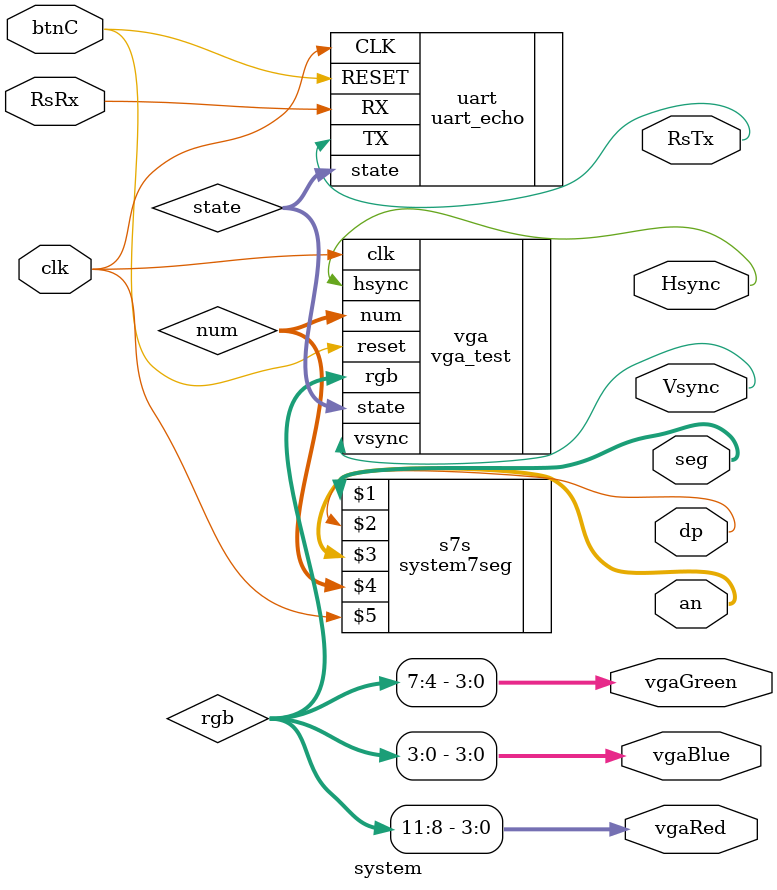
<source format=v>
`timescale 1ns / 1ps


module system(
    input wire clk,btnC,RsRx,
    output wire Hsync,Vsync,RsTx,
    output wire [3:0] vgaRed,vgaBlue,vgaGreen,
    output wire [6:0] seg,
    output wire dp,
    output wire [3:0] an
    );
    wire [11:0] rgb;
    wire [2:0] state;
    assign {vgaRed,vgaGreen,vgaBlue} = rgb ;
    wire [15:0] num;
    vga_test vga(.clk(clk),.reset(btnC),.hsync(Hsync),.vsync(Vsync),.rgb(rgb),.state(state),.num(num));
    uart_echo uart(.CLK(clk),.RESET(btnC),.RX(RsRx),.TX(RsTx),.state(state));
    system7seg s7s(seg,dp,an,num,clk);
endmodule

</source>
